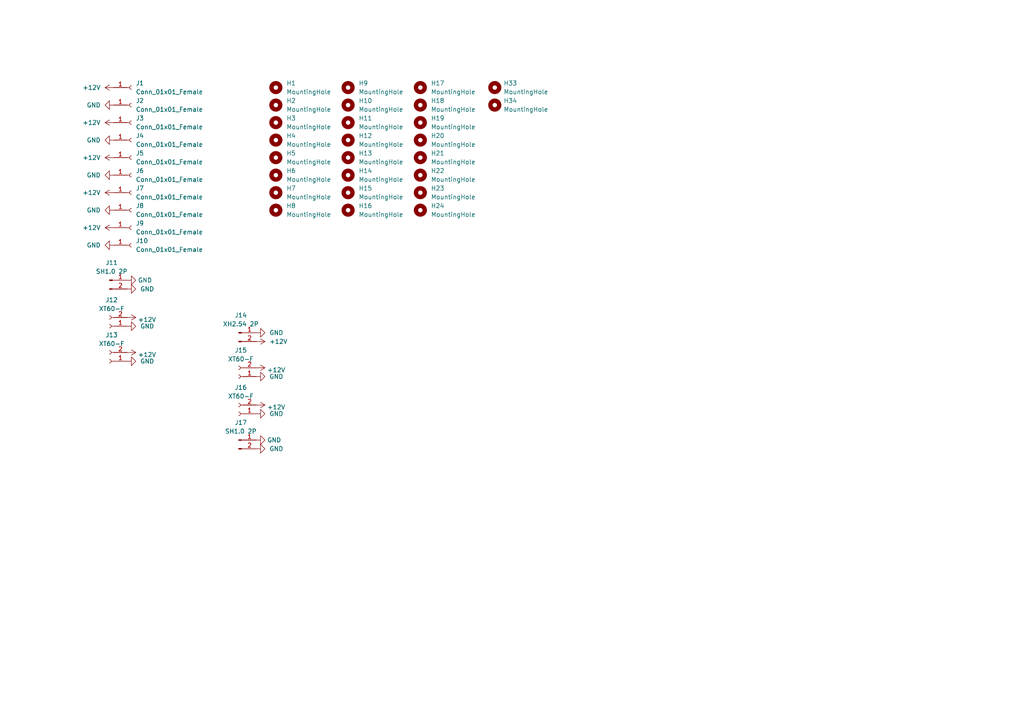
<source format=kicad_sch>
(kicad_sch (version 20230121) (generator eeschema)
  (paper "A4")
  (title_block (title "layer 2 schematic drawing") (date "2023-11-10") (company "8076ducc Robotics Competition Team"))
  (lib_symbols
    (symbol "+12V_1" (power) (pin_names (offset 0))
      (property "Value" "+12V_1" (at 0 3.556 0))
      (symbol "+12V_1_0_1"
        (polyline (pts (xy -0.762 1.27) (xy 0 2.54)))
        (polyline (pts (xy 0 0) (xy 0 2.54)))
        (polyline (pts (xy 0 2.54) (xy 0.762 1.27)))
      )
      (symbol "+12V_1_1_1"
        (pin power_in line (at 0 0 90) (length 0) hide (name "+12V") (number "1"))
      )
    )
    (symbol "Connector:Conn_01x01_Female" (pin_names (offset 1.016) hide)
      (property "Reference" "J" (at 0 2.54 0))
      (property "Value" "Conn_01x01_Female" (at 0 -2.54 0))
      (symbol "Conn_01x01_Female_1_1"
        (polyline (pts (xy -1.27 0) (xy -0.508 0)) (stroke (width 0.1524)))
        (arc (start 0 0.508) (mid -0.5058 0) (end 0 -0.508) (stroke (width 0.1524)))
        (pin passive line (at -5.08 0 0) (length 3.81) (name "Pin_1") (number "1"))
      )
    )
    (symbol "Connector:Conn_01x02_Female" (pin_names (offset 1.016) hide)
      (property "Reference" "J" (at 0 2.54 0))
      (property "Value" "Conn_01x02_Female" (at 0 -5.08 0))
      (symbol "Conn_01x02_Female_1_1"
        (arc (start 0 -2.032) (mid -0.5058 -2.54) (end 0 -3.048) (stroke (width 0.1524)))
        (polyline (pts (xy -1.27 -2.54) (xy -0.508 -2.54)) (stroke (width 0.1524)))
        (polyline (pts (xy -1.27 0) (xy -0.508 0)) (stroke (width 0.1524)))
        (arc (start 0 0.508) (mid -0.5058 0) (end 0 -0.508) (stroke (width 0.1524)))
        (pin passive line (at -5.08 0 0) (length 3.81) (name "Pin_1") (number "1"))
        (pin passive line (at -5.08 -2.54 0) (length 3.81) (name "Pin_2") (number "2"))
      )
    )
    (symbol "Connector:Conn_01x02_Pin" (pin_names (offset 1.016) hide)
      (property "Reference" "J" (at 0 2.54 0))
      (property "Value" "Conn_01x02_Pin" (at 0 -5.08 0))
      (symbol "Conn_01x02_Pin_1_1"
        (polyline (pts (xy 1.27 -2.54) (xy 0.8636 -2.54)) (stroke (width 0.1524)))
        (polyline (pts (xy 1.27 0) (xy 0.8636 0)) (stroke (width 0.1524)))
        (rectangle (start 0.8636 -2.413) (end 0 -2.667) (stroke (width 0.1524)) (fill (type outline)))
        (rectangle (start 0.8636 0.127) (end 0 -0.127) (stroke (width 0.1524)) (fill (type outline)))
        (pin passive line (at 5.08 0 180) (length 3.81) (name "Pin_1") (number "1"))
        (pin passive line (at 5.08 -2.54 180) (length 3.81) (name "Pin_2") (number "2"))
      )
    )
    (symbol "Mechanical:MountingHole" (pin_names (offset 1.016))
      (property "Reference" "H" (at 0 5.08 0))
      (property "Value" "MountingHole" (at 0 3.175 0))
      (symbol "MountingHole_0_1"
        (circle (center 0 0) (radius 1.27) (stroke (width 1.27)))
      )
    )
    (symbol "power:+12V" (power) (pin_names (offset 0))
      (property "Value" "+12V" (at 0 3.556 0))
      (symbol "+12V_0_1"
        (polyline (pts (xy -0.762 1.27) (xy 0 2.54)))
        (polyline (pts (xy 0 0) (xy 0 2.54)))
        (polyline (pts (xy 0 2.54) (xy 0.762 1.27)))
      )
      (symbol "+12V_1_1"
        (pin power_in line (at 0 0 90) (length 0) hide (name "+12V") (number "1"))
      )
    )
    (symbol "power:GND" (power) (pin_names (offset 0))
      (property "Value" "GND" (at 0 -3.81 0))
      (symbol "GND_0_1"
        (polyline (pts (xy 0 0) (xy 0 -1.27) (xy 1.27 -1.27) (xy 0 -2.54) (xy -1.27 -1.27) (xy 0 -1.27)))
      )
      (symbol "GND_1_1"
        (pin power_in line (at 0 0 270) (length 0) hide (name "GND") (number "1"))
      )
    )
  )
  (symbol (lib_id "Connector:Conn_01x01_Female") (at 38.1 60.96 0) (unit 1)
    (property "Reference" "J8" (at 39.37 59.6899 0) (effects (justify left)))
    (property "Value" "Conn_01x01_Female" (at 39.37 62.2299 0) (effects (justify left)))
    (property "Footprint" "Connector_Wire:SolderWire-0.75sqmm_1x01_D1.25mm_OD2.3mm" (effects hide))
  )
  (symbol (lib_id "Connector:Conn_01x02_Pin") (at 69.215 127.635 0) (unit 1)
    (property "Reference" "J17" (at 69.85 122.555 0))
    (property "Value" "SH1.0 2P" (at 69.85 125.095 0))
    (property "Footprint" "Connector_JST:JST_SH_SM02B-SRSS-TB_1x02-1MP_P1.00mm_Horizontal" (effects hide))
  )
  (symbol (lib_id "power:GND") (at 36.83 83.82 90) (unit 1)
    (property "Reference" "#PWR02" (effects hide))
    (property "Value" "GND" (at 40.64 83.82 90) (effects (justify right)))
  )
  (symbol (lib_id "Connector:Conn_01x02_Pin") (at 69.215 96.52 0) (unit 1)
    (property "Reference" "J14" (at 69.85 91.44 0))
    (property "Value" "XH2.54 2P" (at 69.85 93.98 0))
    (property "Footprint" "Connector_JST:JST_XH_B2B-XH-A_1x02_P2.50mm_Vertical" (effects hide))
  )
  (symbol (lib_id "power:GND") (at 74.295 109.22 90) (unit 1)
    (property "Reference" "#PWR010" (effects hide))
    (property "Value" "GND" (at 78.105 109.22 90) (effects (justify right)))
  )
  (symbol (lib_id "Connector:Conn_01x02_Female") (at 31.75 94.615 180) (unit 1)
    (property "Reference" "J12" (at 32.385 86.995 0))
    (property "Value" "XT60-F" (at 32.385 89.535 0))
    (property "Footprint" "Connector_AMASS:AMASS_XT30UPB-F_1x02_P5.0mm_Vertical" (effects hide))
  )
  (symbol (lib_id "Connector:Conn_01x01_Female") (at 38.1 66.04 0) (unit 1)
    (property "Reference" "J9" (at 39.37 64.7699 0) (effects (justify left)))
    (property "Value" "Conn_01x01_Female" (at 39.37 67.3099 0) (effects (justify left)))
    (property "Footprint" "Connector_Wire:SolderWire-0.75sqmm_1x01_D1.25mm_OD2.3mm" (effects hide))
  )
  (symbol (lib_id "Connector:Conn_01x02_Female") (at 31.75 104.775 180) (unit 1)
    (property "Reference" "J13" (at 32.385 97.155 0))
    (property "Value" "XT60-F" (at 32.385 99.695 0))
    (property "Footprint" "Connector_AMASS:AMASS_XT30UPB-F_1x02_P5.0mm_Vertical" (effects hide))
  )
  (symbol (lib_id "Mechanical:MountingHole") (at 100.965 25.4 0) (unit 1)
    (property "Reference" "H9" (at 104.013 24.1299 0) (effects (justify left)))
    (property "Value" "MountingHole" (at 104.013 26.6699 0) (effects (justify left)))
    (property "Footprint" "MountingHole:MountingHole_3.2mm_M3_Pad" (effects hide))
  )
  (symbol (lib_id "Mechanical:MountingHole") (at 100.965 45.72 0) (unit 1)
    (property "Reference" "H13" (at 104.013 44.4499 0) (effects (justify left)))
    (property "Value" "MountingHole" (at 104.013 46.9899 0) (effects (justify left)))
    (property "Footprint" "MountingHole:MountingHole_3.2mm_M3_Pad" (effects hide))
  )
  (symbol (lib_id "power:GND") (at 33.02 71.12 270) (unit 1)
    (property "Reference" "#PWR0105" (effects hide))
    (property "Value" "GND" (at 29.21 71.1199 90) (effects (justify right)))
  )
  (symbol (lib_name "+12V_1") (lib_id "power:+12V") (at 36.83 102.235 270) (unit 1)
    (property "Reference" "#PWR05" (effects hide))
    (property "Value" "+12V" (at 40.005 102.87 90) (effects (justify left)))
  )
  (symbol (lib_id "Mechanical:MountingHole") (at 121.92 40.64 0) (unit 1)
    (property "Reference" "H20" (at 124.968 39.3699 0) (effects (justify left)))
    (property "Value" "MountingHole" (at 124.968 41.9099 0) (effects (justify left)))
    (property "Footprint" "MountingHole:MountingHole_3.2mm_M3_Pad" (effects hide))
  )
  (symbol (lib_id "power:GND") (at 74.295 130.175 90) (unit 1)
    (property "Reference" "#PWR014" (effects hide))
    (property "Value" "GND" (at 78.105 130.175 90) (effects (justify right)))
  )
  (symbol (lib_id "Connector:Conn_01x02_Pin") (at 31.75 81.28 0) (unit 1)
    (property "Reference" "J11" (at 32.385 76.2 0))
    (property "Value" "SH1.0 2P" (at 32.385 78.74 0))
    (property "Footprint" "Connector_JST:JST_SH_SM02B-SRSS-TB_1x02-1MP_P1.00mm_Horizontal" (effects hide))
  )
  (symbol (lib_id "Connector:Conn_01x02_Female") (at 69.215 120.015 180) (unit 1)
    (property "Reference" "J16" (at 69.85 112.395 0))
    (property "Value" "XT60-F" (at 69.85 114.935 0))
    (property "Footprint" "Connector_AMASS:AMASS_XT30PW-F_1x02_P2.50mm_Horizontal" (effects hide))
  )
  (symbol (lib_id "power:GND") (at 36.83 81.28 90) (unit 1)
    (property "Reference" "#PWR01" (effects hide))
    (property "Value" "GND" (at 40.005 81.28 90) (effects (justify right)))
  )
  (symbol (lib_id "power:GND") (at 74.295 120.015 90) (unit 1)
    (property "Reference" "#PWR012" (effects hide))
    (property "Value" "GND" (at 78.105 120.015 90) (effects (justify right)))
  )
  (symbol (lib_id "Mechanical:MountingHole") (at 121.92 55.88 0) (unit 1)
    (property "Reference" "H23" (at 124.968 54.6099 0) (effects (justify left)))
    (property "Value" "MountingHole" (at 124.968 57.1499 0) (effects (justify left)))
    (property "Footprint" "MountingHole:MountingHole_3.2mm_M3_Pad" (effects hide))
  )
  (symbol (lib_id "power:GND") (at 74.295 96.52 90) (unit 1)
    (property "Reference" "#PWR07" (effects hide))
    (property "Value" "GND" (at 78.105 96.52 90) (effects (justify right)))
  )
  (symbol (lib_name "+12V_1") (lib_id "power:+12V") (at 74.295 106.68 270) (unit 1)
    (property "Reference" "#PWR09" (effects hide))
    (property "Value" "+12V" (at 77.47 107.315 90) (effects (justify left)))
  )
  (symbol (lib_id "power:GND") (at 33.02 50.8 270) (unit 1)
    (property "Reference" "#PWR0103" (effects hide))
    (property "Value" "GND" (at 29.21 50.7999 90) (effects (justify right)))
  )
  (symbol (lib_id "Connector:Conn_01x01_Female") (at 38.1 45.72 0) (unit 1)
    (property "Reference" "J5" (at 39.37 44.4499 0) (effects (justify left)))
    (property "Value" "Conn_01x01_Female" (at 39.37 46.9899 0) (effects (justify left)))
    (property "Footprint" "Connector_Wire:SolderWire-0.75sqmm_1x01_D1.25mm_OD2.3mm" (effects hide))
  )
  (symbol (lib_id "Mechanical:MountingHole") (at 80.01 25.4 0) (unit 1)
    (property "Reference" "H1" (at 83.058 24.1299 0) (effects (justify left)))
    (property "Value" "MountingHole" (at 83.058 26.6699 0) (effects (justify left)))
    (property "Footprint" "MountingHole:MountingHole_3.2mm_M3_Pad" (effects hide))
  )
  (symbol (lib_id "power:GND") (at 33.02 60.96 270) (unit 1)
    (property "Reference" "#PWR0108" (effects hide))
    (property "Value" "GND" (at 29.21 60.9599 90) (effects (justify right)))
  )
  (symbol (lib_id "power:GND") (at 33.02 30.48 270) (unit 1)
    (property "Reference" "#PWR0109" (effects hide))
    (property "Value" "GND" (at 29.21 30.4799 90) (effects (justify right)))
  )
  (symbol (lib_id "Connector:Conn_01x01_Female") (at 38.1 30.48 0) (unit 1)
    (property "Reference" "J2" (at 39.37 29.2099 0) (effects (justify left)))
    (property "Value" "Conn_01x01_Female" (at 39.37 31.7499 0) (effects (justify left)))
    (property "Footprint" "Connector_Wire:SolderWire-2sqmm_1x01_D2mm_OD3.9mm" (effects hide))
  )
  (symbol (lib_id "power:+12V") (at 33.02 45.72 90) (unit 1)
    (property "Reference" "#PWR0104" (effects hide))
    (property "Value" "+12V" (at 29.21 45.7199 90) (effects (justify left)))
  )
  (symbol (lib_id "Mechanical:MountingHole") (at 100.965 60.96 0) (unit 1)
    (property "Reference" "H16" (at 104.013 59.6899 0) (effects (justify left)))
    (property "Value" "MountingHole" (at 104.013 62.2299 0) (effects (justify left)))
    (property "Footprint" "MountingHole:MountingHole_3.2mm_M3_Pad" (effects hide))
  )
  (symbol (lib_id "Mechanical:MountingHole") (at 80.01 55.88 0) (unit 1)
    (property "Reference" "H7" (at 83.058 54.6099 0) (effects (justify left)))
    (property "Value" "MountingHole" (at 83.058 57.1499 0) (effects (justify left)))
    (property "Footprint" "MountingHole:MountingHole_3.2mm_M3_Pad" (effects hide))
  )
  (symbol (lib_id "Mechanical:MountingHole") (at 121.92 45.72 0) (unit 1)
    (property "Reference" "H21" (at 124.968 44.4499 0) (effects (justify left)))
    (property "Value" "MountingHole" (at 124.968 46.9899 0) (effects (justify left)))
    (property "Footprint" "MountingHole:MountingHole_3.2mm_M3_Pad" (effects hide))
  )
  (symbol (lib_id "power:GND") (at 33.02 40.64 270) (unit 1)
    (property "Reference" "#PWR0102" (effects hide))
    (property "Value" "GND" (at 29.21 40.6399 90) (effects (justify right)))
  )
  (symbol (lib_id "Mechanical:MountingHole") (at 100.965 40.64 0) (unit 1)
    (property "Reference" "H12" (at 104.013 39.3699 0) (effects (justify left)))
    (property "Value" "MountingHole" (at 104.013 41.9099 0) (effects (justify left)))
    (property "Footprint" "MountingHole:MountingHole_3.2mm_M3_Pad" (effects hide))
  )
  (symbol (lib_id "Connector:Conn_01x02_Female") (at 69.215 109.22 180) (unit 1)
    (property "Reference" "J15" (at 69.85 101.6 0))
    (property "Value" "XT60-F" (at 69.85 104.14 0))
    (property "Footprint" "Connector_AMASS:AMASS_XT30UPB-F_1x02_P5.0mm_Vertical" (effects hide))
  )
  (symbol (lib_id "Mechanical:MountingHole") (at 100.965 55.88 0) (unit 1)
    (property "Reference" "H15" (at 104.013 54.6099 0) (effects (justify left)))
    (property "Value" "MountingHole" (at 104.013 57.1499 0) (effects (justify left)))
    (property "Footprint" "MountingHole:MountingHole_3.2mm_M3_Pad" (effects hide))
  )
  (symbol (lib_id "Mechanical:MountingHole") (at 80.01 60.96 0) (unit 1)
    (property "Reference" "H8" (at 83.058 59.6899 0) (effects (justify left)))
    (property "Value" "MountingHole" (at 83.058 62.2299 0) (effects (justify left)))
    (property "Footprint" "MountingHole:MountingHole_3.2mm_M3_Pad" (effects hide))
  )
  (symbol (lib_id "Mechanical:MountingHole") (at 121.92 25.4 0) (unit 1)
    (property "Reference" "H17" (at 124.968 24.1299 0) (effects (justify left)))
    (property "Value" "MountingHole" (at 124.968 26.6699 0) (effects (justify left)))
    (property "Footprint" "MountingHole:MountingHole_3.2mm_M3_Pad" (effects hide))
  )
  (symbol (lib_id "power:GND") (at 74.295 127.635 90) (unit 1)
    (property "Reference" "#PWR013" (effects hide))
    (property "Value" "GND" (at 77.47 127.635 90) (effects (justify right)))
  )
  (symbol (lib_id "Mechanical:MountingHole") (at 80.01 50.8 0) (unit 1)
    (property "Reference" "H6" (at 83.058 49.5299 0) (effects (justify left)))
    (property "Value" "MountingHole" (at 83.058 52.0699 0) (effects (justify left)))
    (property "Footprint" "MountingHole:MountingHole_3.2mm_M3_Pad" (effects hide))
  )
  (symbol (lib_id "Connector:Conn_01x01_Female") (at 38.1 35.56 0) (unit 1)
    (property "Reference" "J3" (at 39.37 34.2899 0) (effects (justify left)))
    (property "Value" "Conn_01x01_Female" (at 39.37 36.8299 0) (effects (justify left)))
    (property "Footprint" "Connector_Wire:SolderWire-0.75sqmm_1x01_D1.25mm_OD2.3mm" (effects hide))
  )
  (symbol (lib_id "Connector:Conn_01x01_Female") (at 38.1 50.8 0) (unit 1)
    (property "Reference" "J6" (at 39.37 49.5299 0) (effects (justify left)))
    (property "Value" "Conn_01x01_Female" (at 39.37 52.0699 0) (effects (justify left)))
    (property "Footprint" "Connector_Wire:SolderWire-0.75sqmm_1x01_D1.25mm_OD2.3mm" (effects hide))
  )
  (symbol (lib_id "Mechanical:MountingHole") (at 143.51 25.4 0) (unit 1)
    (property "Reference" "H33" (at 146.05 24.1299 0) (effects (justify left)))
    (property "Value" "MountingHole" (at 146.05 26.6699 0) (effects (justify left)))
    (property "Footprint" "MountingHole:MountingHole_2.2mm_M2_Pad" (effects hide))
  )
  (symbol (lib_id "Mechanical:MountingHole") (at 121.92 35.56 0) (unit 1)
    (property "Reference" "H19" (at 124.968 34.2899 0) (effects (justify left)))
    (property "Value" "MountingHole" (at 124.968 36.8299 0) (effects (justify left)))
    (property "Footprint" "MountingHole:MountingHole_3.2mm_M3_Pad" (effects hide))
  )
  (symbol (lib_id "Mechanical:MountingHole") (at 80.01 40.64 0) (unit 1)
    (property "Reference" "H4" (at 83.058 39.3699 0) (effects (justify left)))
    (property "Value" "MountingHole" (at 83.058 41.9099 0) (effects (justify left)))
    (property "Footprint" "MountingHole:MountingHole_3.2mm_M3_Pad" (effects hide))
  )
  (symbol (lib_id "power:+12V") (at 33.02 35.56 90) (unit 1)
    (property "Reference" "#PWR0101" (effects hide))
    (property "Value" "+12V" (at 29.21 35.5599 90) (effects (justify left)))
  )
  (symbol (lib_id "Mechanical:MountingHole") (at 121.92 30.48 0) (unit 1)
    (property "Reference" "H18" (at 124.968 29.2099 0) (effects (justify left)))
    (property "Value" "MountingHole" (at 124.968 31.7499 0) (effects (justify left)))
    (property "Footprint" "MountingHole:MountingHole_3.2mm_M3_Pad" (effects hide))
  )
  (symbol (lib_id "power:+12V") (at 33.02 66.04 90) (unit 1)
    (property "Reference" "#PWR0106" (effects hide))
    (property "Value" "+12V" (at 29.21 66.0399 90) (effects (justify left)))
  )
  (symbol (lib_name "+12V_1") (lib_id "power:+12V") (at 74.295 117.475 270) (unit 1)
    (property "Reference" "#PWR011" (effects hide))
    (property "Value" "+12V" (at 77.47 118.11 90) (effects (justify left)))
  )
  (symbol (lib_id "Connector:Conn_01x01_Female") (at 38.1 25.4 0) (unit 1)
    (property "Reference" "J1" (at 39.37 24.1299 0) (effects (justify left)))
    (property "Value" "Conn_01x01_Female" (at 39.37 26.6699 0) (effects (justify left)))
    (property "Footprint" "Connector_Wire:SolderWire-2sqmm_1x01_D2mm_OD3.9mm" (effects hide))
  )
  (symbol (lib_id "Mechanical:MountingHole") (at 80.01 45.72 0) (unit 1)
    (property "Reference" "H5" (at 83.058 44.4499 0) (effects (justify left)))
    (property "Value" "MountingHole" (at 83.058 46.9899 0) (effects (justify left)))
    (property "Footprint" "MountingHole:MountingHole_3.2mm_M3_Pad" (effects hide))
  )
  (symbol (lib_id "Mechanical:MountingHole") (at 100.965 30.48 0) (unit 1)
    (property "Reference" "H10" (at 104.013 29.2099 0) (effects (justify left)))
    (property "Value" "MountingHole" (at 104.013 31.7499 0) (effects (justify left)))
    (property "Footprint" "MountingHole:MountingHole_3.2mm_M3_Pad" (effects hide))
  )
  (symbol (lib_name "+12V_1") (lib_id "power:+12V") (at 36.83 92.075 270) (unit 1)
    (property "Reference" "#PWR03" (effects hide))
    (property "Value" "+12V" (at 40.005 92.71 90) (effects (justify left)))
  )
  (symbol (lib_id "power:+12V") (at 33.02 25.4 90) (unit 1)
    (property "Reference" "#PWR0110" (effects hide))
    (property "Value" "+12V" (at 29.21 25.3999 90) (effects (justify left)))
  )
  (symbol (lib_id "Mechanical:MountingHole") (at 121.92 50.8 0) (unit 1)
    (property "Reference" "H22" (at 124.968 49.5299 0) (effects (justify left)))
    (property "Value" "MountingHole" (at 124.968 52.0699 0) (effects (justify left)))
    (property "Footprint" "MountingHole:MountingHole_3.2mm_M3_Pad" (effects hide))
  )
  (symbol (lib_id "Connector:Conn_01x01_Female") (at 38.1 71.12 0) (unit 1)
    (property "Reference" "J10" (at 39.37 69.8499 0) (effects (justify left)))
    (property "Value" "Conn_01x01_Female" (at 39.37 72.3899 0) (effects (justify left)))
    (property "Footprint" "Connector_Wire:SolderWire-0.75sqmm_1x01_D1.25mm_OD2.3mm" (effects hide))
  )
  (symbol (lib_id "power:GND") (at 36.83 94.615 90) (unit 1)
    (property "Reference" "#PWR04" (effects hide))
    (property "Value" "GND" (at 40.64 94.615 90) (effects (justify right)))
  )
  (symbol (lib_id "power:GND") (at 36.83 104.775 90) (unit 1)
    (property "Reference" "#PWR06" (effects hide))
    (property "Value" "GND" (at 40.64 104.775 90) (effects (justify right)))
  )
  (symbol (lib_id "Connector:Conn_01x01_Female") (at 38.1 40.64 0) (unit 1)
    (property "Reference" "J4" (at 39.37 39.3699 0) (effects (justify left)))
    (property "Value" "Conn_01x01_Female" (at 39.37 41.9099 0) (effects (justify left)))
    (property "Footprint" "Connector_Wire:SolderWire-0.75sqmm_1x01_D1.25mm_OD2.3mm" (effects hide))
  )
  (symbol (lib_id "Mechanical:MountingHole") (at 121.92 60.96 0) (unit 1)
    (property "Reference" "H24" (at 124.968 59.6899 0) (effects (justify left)))
    (property "Value" "MountingHole" (at 124.968 62.2299 0) (effects (justify left)))
    (property "Footprint" "MountingHole:MountingHole_3.2mm_M3_Pad" (effects hide))
  )
  (symbol (lib_id "Mechanical:MountingHole") (at 80.01 35.56 0) (unit 1)
    (property "Reference" "H3" (at 83.058 34.2899 0) (effects (justify left)))
    (property "Value" "MountingHole" (at 83.058 36.8299 0) (effects (justify left)))
    (property "Footprint" "MountingHole:MountingHole_3.2mm_M3_Pad" (effects hide))
  )
  (symbol (lib_id "Mechanical:MountingHole") (at 100.965 50.8 0) (unit 1)
    (property "Reference" "H14" (at 104.013 49.5299 0) (effects (justify left)))
    (property "Value" "MountingHole" (at 104.013 52.0699 0) (effects (justify left)))
    (property "Footprint" "MountingHole:MountingHole_3.2mm_M3_Pad" (effects hide))
  )
  (symbol (lib_id "Mechanical:MountingHole") (at 80.01 30.48 0) (unit 1)
    (property "Reference" "H2" (at 83.058 29.2099 0) (effects (justify left)))
    (property "Value" "MountingHole" (at 83.058 31.7499 0) (effects (justify left)))
    (property "Footprint" "MountingHole:MountingHole_3.2mm_M3_Pad" (effects hide))
  )
  (symbol (lib_id "Mechanical:MountingHole") (at 143.51 30.48 0) (unit 1)
    (property "Reference" "H34" (at 146.05 29.2099 0) (effects (justify left)))
    (property "Value" "MountingHole" (at 146.05 31.7499 0) (effects (justify left)))
    (property "Footprint" "MountingHole:MountingHole_2.2mm_M2_Pad" (effects hide))
  )
  (symbol (lib_id "Connector:Conn_01x01_Female") (at 38.1 55.88 0) (unit 1)
    (property "Reference" "J7" (at 39.37 54.6099 0) (effects (justify left)))
    (property "Value" "Conn_01x01_Female" (at 39.37 57.1499 0) (effects (justify left)))
    (property "Footprint" "Connector_Wire:SolderWire-0.75sqmm_1x01_D1.25mm_OD2.3mm" (effects hide))
  )
  (symbol (lib_id "Mechanical:MountingHole") (at 100.965 35.56 0) (unit 1)
    (property "Reference" "H11" (at 104.013 34.2899 0) (effects (justify left)))
    (property "Value" "MountingHole" (at 104.013 36.8299 0) (effects (justify left)))
    (property "Footprint" "MountingHole:MountingHole_3.2mm_M3_Pad" (effects hide))
  )
  (symbol (lib_id "power:+12V") (at 33.02 55.88 90) (unit 1)
    (property "Reference" "#PWR0107" (effects hide))
    (property "Value" "+12V" (at 29.21 55.8799 90) (effects (justify left)))
  )
  (symbol (lib_name "+12V_1") (lib_id "power:+12V") (at 74.295 99.06 270) (unit 1)
    (property "Reference" "#PWR08" (effects hide))
    (property "Value" "+12V" (at 78.105 99.06 90) (effects (justify left)))
  )
)
</source>
